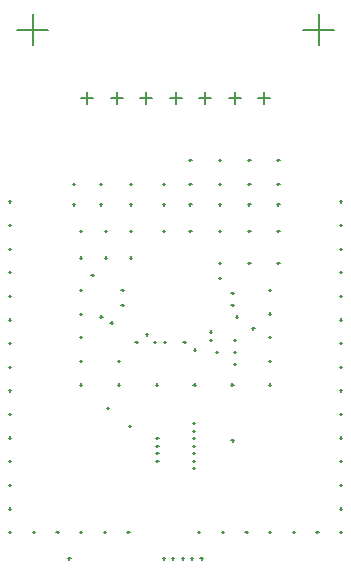
<source format=gbr>
%TF.GenerationSoftware,Altium Limited,Altium Designer,22.1.2 (22)*%
G04 Layer_Color=128*
%FSLAX26Y26*%
%MOIN*%
%TF.SameCoordinates,E27AF617-6D1A-405A-B533-5A9FBCB34AAC*%
%TF.FilePolarity,Positive*%
%TF.FileFunction,Drillmap*%
%TF.Part,Single*%
G01*
G75*
%TA.AperFunction,NonConductor*%
%ADD57C,0.005000*%
D57*
X-314961Y1663386D02*
X-275591D01*
X-295276Y1643701D02*
Y1683071D01*
X-216535Y1663386D02*
X-177165D01*
X-196850Y1643701D02*
Y1683071D01*
X-118110Y1663386D02*
X-78740D01*
X-98425Y1643701D02*
Y1683071D01*
X-19685Y1663386D02*
X19685D01*
X0Y1643701D02*
Y1683071D01*
X78740Y1663386D02*
X118110D01*
X98425Y1643701D02*
Y1683071D01*
X177165Y1663386D02*
X216535D01*
X196850Y1643701D02*
Y1683071D01*
X275591Y1663386D02*
X314961D01*
X295276Y1643701D02*
Y1683071D01*
X-527559Y1891732D02*
X-425197D01*
X-476378Y1840551D02*
Y1942913D01*
X425197Y1891732D02*
X527559D01*
X476378Y1840551D02*
Y1942913D01*
X468503Y216536D02*
X476377D01*
X472440Y212599D02*
Y220473D01*
X389763Y216536D02*
X397637D01*
X393700Y212599D02*
Y220473D01*
X311023Y216536D02*
X318897D01*
X314960Y212599D02*
Y220473D01*
X232283Y216536D02*
X240157D01*
X236220Y212599D02*
Y220473D01*
X153543Y216536D02*
X161417D01*
X157480Y212599D02*
Y220473D01*
X74803Y216536D02*
X82677D01*
X78740Y212599D02*
Y220473D01*
X-161418Y216536D02*
X-153544D01*
X-157481Y212599D02*
Y220473D01*
X-240158Y216536D02*
X-232284D01*
X-236221Y212599D02*
Y220473D01*
X-318898Y216536D02*
X-311024D01*
X-314961Y212599D02*
Y220473D01*
X-397638Y216536D02*
X-389764D01*
X-393701Y212599D02*
Y220473D01*
X-476378Y216536D02*
X-468504D01*
X-472441Y212599D02*
Y220473D01*
X547244Y1318898D02*
X555118D01*
X551181Y1314961D02*
Y1322835D01*
X547244Y1240158D02*
X555118D01*
X551181Y1236220D02*
Y1244094D01*
X547244Y1161417D02*
X555118D01*
X551181Y1157480D02*
Y1165354D01*
X547244Y1082677D02*
X555118D01*
X551181Y1078740D02*
Y1086614D01*
X547244Y1003937D02*
X555118D01*
X551181Y1000000D02*
Y1007874D01*
X547244Y925197D02*
X555118D01*
X551181Y921260D02*
Y929134D01*
X547244Y846457D02*
X555118D01*
X551181Y842520D02*
Y850394D01*
X547244Y767717D02*
X555118D01*
X551181Y763780D02*
Y771654D01*
X547244Y688977D02*
X555118D01*
X551181Y685040D02*
Y692914D01*
X547244Y610237D02*
X555118D01*
X551181Y606300D02*
Y614174D01*
X547244Y531497D02*
X555118D01*
X551181Y527560D02*
Y535434D01*
X547244Y452757D02*
X555118D01*
X551181Y448820D02*
Y456693D01*
X547244Y374016D02*
X555118D01*
X551181Y370079D02*
Y377953D01*
X547244Y295276D02*
X555118D01*
X551181Y291339D02*
Y299213D01*
X547244Y216536D02*
X555118D01*
X551181Y212599D02*
Y220473D01*
X-555118Y216536D02*
X-547244D01*
X-551181Y212599D02*
Y220473D01*
X-555118Y295276D02*
X-547244D01*
X-551181Y291339D02*
Y299213D01*
X-555118Y374016D02*
X-547244D01*
X-551181Y370079D02*
Y377953D01*
X-555118Y452757D02*
X-547244D01*
X-551181Y448820D02*
Y456693D01*
X-555118Y531497D02*
X-547244D01*
X-551181Y527560D02*
Y535434D01*
X-555118Y610237D02*
X-547244D01*
X-551181Y606300D02*
Y614174D01*
X-555118Y688977D02*
X-547244D01*
X-551181Y685040D02*
Y692914D01*
X-555118Y767717D02*
X-547244D01*
X-551181Y763780D02*
Y771654D01*
X-555118Y846457D02*
X-547244D01*
X-551181Y842520D02*
Y850394D01*
X-555118Y925197D02*
X-547244D01*
X-551181Y921260D02*
Y929134D01*
X-555118Y1003937D02*
X-547244D01*
X-551181Y1000000D02*
Y1007874D01*
X-555118Y1082677D02*
X-547244D01*
X-551181Y1078740D02*
Y1086614D01*
X-555118Y1161417D02*
X-547244D01*
X-551181Y1157480D02*
Y1165354D01*
X-555118Y1240158D02*
X-547244D01*
X-551181Y1236220D02*
Y1244094D01*
X-555118Y1318898D02*
X-547244D01*
X-551181Y1314961D02*
Y1322835D01*
X-358268Y129095D02*
X-350394D01*
X-354331Y125157D02*
Y133031D01*
X-156890Y570866D02*
X-149016D01*
X-152953Y566929D02*
Y574803D01*
X185827Y522500D02*
X193701D01*
X189764Y518563D02*
Y526437D01*
X200787Y935039D02*
X208661D01*
X204724Y931102D02*
Y938976D01*
X-217323Y915354D02*
X-209449D01*
X-213386Y911417D02*
Y919291D01*
X-281102Y1072835D02*
X-273228D01*
X-277165Y1068898D02*
Y1076772D01*
X57087Y554646D02*
X64961D01*
X61024Y550709D02*
Y558583D01*
X57104Y529663D02*
X64978D01*
X61041Y525726D02*
Y533600D01*
X57087Y504626D02*
X64961D01*
X61024Y500689D02*
Y508563D01*
X-229528Y629921D02*
X-221654D01*
X-225590Y625984D02*
Y633858D01*
X-318897Y942975D02*
X-311023D01*
X-314960Y939038D02*
Y946912D01*
X-318897Y1023622D02*
X-311023D01*
X-314960Y1019685D02*
Y1027559D01*
X-251181Y935039D02*
X-243307D01*
X-247244Y931102D02*
Y938976D01*
X-64961Y504626D02*
X-57087D01*
X-61024Y500689D02*
Y508563D01*
X-64961Y529646D02*
X-57087D01*
X-61024Y525709D02*
Y533583D01*
X-64961Y479606D02*
X-57087D01*
X-61024Y475669D02*
Y483543D01*
X-64961Y454606D02*
X-57087D01*
X-61024Y450669D02*
Y458543D01*
X-11811Y129095D02*
X-3937D01*
X-7874Y125157D02*
Y133031D01*
X-43307Y129095D02*
X-35433D01*
X-39370Y125157D02*
Y133031D01*
X255118Y895669D02*
X262992D01*
X259055Y891732D02*
Y899606D01*
X59055Y708662D02*
X66929D01*
X62992Y704725D02*
Y712599D01*
X61063Y825000D02*
X68937D01*
X65000Y821063D02*
Y828937D01*
X114173Y885315D02*
X122047D01*
X118110Y881378D02*
Y889252D01*
X114173Y856299D02*
X122047D01*
X118110Y852362D02*
Y860236D01*
X133858Y816929D02*
X141732D01*
X137795Y812992D02*
Y820866D01*
X57087Y429606D02*
X64961D01*
X61024Y425669D02*
Y433543D01*
X57087Y579646D02*
X64961D01*
X61024Y575709D02*
Y583583D01*
X57087Y454606D02*
X64961D01*
X61024Y450669D02*
Y458543D01*
X57087Y479606D02*
X64961D01*
X61024Y475669D02*
Y483543D01*
X-38937Y850394D02*
X-31063D01*
X-35000Y846457D02*
Y854331D01*
X-98425Y875984D02*
X-90551D01*
X-94488Y872047D02*
Y879921D01*
X-72835Y850394D02*
X-64961D01*
X-68898Y846457D02*
Y854331D01*
X-133937Y850394D02*
X-126063D01*
X-130000Y846457D02*
Y854331D01*
X-192913Y787402D02*
X-185039D01*
X-188976Y783465D02*
Y791339D01*
X-181102Y974409D02*
X-173228D01*
X-177165Y970472D02*
Y978346D01*
X-318897Y1131923D02*
X-311023D01*
X-314960Y1127986D02*
Y1135860D01*
X-181102Y1023622D02*
X-173228D01*
X-177165Y1019685D02*
Y1027559D01*
X-318897Y866142D02*
X-311023D01*
X-314960Y862205D02*
Y870079D01*
X-318897Y787402D02*
X-311023D01*
X-314960Y783465D02*
Y791339D01*
X-318898Y708662D02*
X-311024D01*
X-314961Y704725D02*
Y712599D01*
X-192913Y708662D02*
X-185039D01*
X-188976Y704725D02*
Y712599D01*
X-66929Y708662D02*
X-59055D01*
X-62992Y704725D02*
Y712599D01*
X185039Y708662D02*
X192913D01*
X188976Y704725D02*
Y712599D01*
X192913Y777559D02*
X200787D01*
X196850Y773622D02*
Y781496D01*
X192913Y816929D02*
X200787D01*
X196850Y812992D02*
Y820866D01*
X192913Y856299D02*
X200787D01*
X196850Y852362D02*
Y860236D01*
X186063Y974409D02*
X193937D01*
X190000Y970472D02*
Y978346D01*
X186063Y1013779D02*
X193937D01*
X190000Y1009842D02*
Y1017716D01*
X311023Y708662D02*
X318897D01*
X314960Y704725D02*
Y712599D01*
X311024Y787402D02*
X318898D01*
X314961Y783465D02*
Y791339D01*
X311024Y866142D02*
X318898D01*
X314961Y862205D02*
Y870079D01*
X311024Y944882D02*
X318898D01*
X314961Y940945D02*
Y948819D01*
X25591Y850394D02*
X33465D01*
X29528Y846457D02*
Y854331D01*
X143701Y1062992D02*
X151575D01*
X147638Y1059055D02*
Y1066929D01*
X338583Y1114173D02*
X346457D01*
X342520Y1110236D02*
Y1118110D01*
X311024Y1023622D02*
X318898D01*
X314961Y1019685D02*
Y1027559D01*
X242126Y1114173D02*
X250000D01*
X246063Y1110236D02*
Y1118110D01*
X143701Y1114173D02*
X151575D01*
X147638Y1110236D02*
Y1118110D01*
X338583Y1456693D02*
X346457D01*
X342520Y1452756D02*
Y1460630D01*
X242126Y1456693D02*
X250000D01*
X246063Y1452756D02*
Y1460630D01*
X143701Y1456693D02*
X151575D01*
X147638Y1452756D02*
Y1460630D01*
X45276Y1220489D02*
X53150D01*
X49213Y1216552D02*
Y1224426D01*
X-236220Y1131923D02*
X-228346D01*
X-232283Y1127986D02*
Y1135860D01*
X-153543Y1131923D02*
X-145669D01*
X-149606Y1127986D02*
Y1135860D01*
X-43307Y1377953D02*
X-35433D01*
X-39370Y1374016D02*
Y1381890D01*
X-153543Y1377953D02*
X-145669D01*
X-149606Y1374016D02*
Y1381890D01*
X-318897Y1220489D02*
X-311023D01*
X-314960Y1216552D02*
Y1224426D01*
X19685Y129095D02*
X27559D01*
X23622Y125157D02*
Y133031D01*
X82677Y129095D02*
X90551D01*
X86614Y125157D02*
Y133031D01*
X51181Y129095D02*
X59055D01*
X55118Y125157D02*
Y133031D01*
X338583Y1220489D02*
X346457D01*
X342520Y1216552D02*
Y1224426D01*
X338583Y1377953D02*
X346457D01*
X342520Y1374016D02*
Y1381890D01*
X338583Y1309055D02*
X346457D01*
X342520Y1305118D02*
Y1312992D01*
X45276Y1456693D02*
X53150D01*
X49213Y1452756D02*
Y1460630D01*
X45276Y1377953D02*
X53150D01*
X49213Y1374016D02*
Y1381890D01*
X45276Y1309055D02*
X53150D01*
X49213Y1305118D02*
Y1312992D01*
X242126Y1309055D02*
X250000D01*
X246063Y1305118D02*
Y1312992D01*
X242126Y1377953D02*
X250000D01*
X246063Y1374016D02*
Y1381890D01*
X143701Y1377953D02*
X151575D01*
X147638Y1374016D02*
Y1381890D01*
X143701Y1309055D02*
X151575D01*
X147638Y1305118D02*
Y1312992D01*
X143701Y1220489D02*
X151575D01*
X147638Y1216552D02*
Y1224426D01*
X242126Y1220489D02*
X250000D01*
X246063Y1216552D02*
Y1224426D01*
X-43307Y1309055D02*
X-35433D01*
X-39370Y1305118D02*
Y1312992D01*
X-43307Y1220489D02*
X-35433D01*
X-39370Y1216552D02*
Y1224426D01*
X-251969Y1377953D02*
X-244095D01*
X-248031Y1374016D02*
Y1381890D01*
X-342520Y1377953D02*
X-334646D01*
X-338583Y1374016D02*
Y1381890D01*
X-153543Y1309055D02*
X-145669D01*
X-149606Y1305118D02*
Y1312992D01*
X-251969Y1309055D02*
X-244095D01*
X-248031Y1305118D02*
Y1312992D01*
X-342520Y1309055D02*
X-334646D01*
X-338583Y1305118D02*
Y1312992D01*
X-236220Y1220489D02*
X-228346D01*
X-232283Y1216552D02*
Y1224426D01*
X-153543Y1220489D02*
X-145669D01*
X-149606Y1216552D02*
Y1224426D01*
%TF.MD5,6f13ee7d024abb6d52b65155724afe4a*%
M02*

</source>
